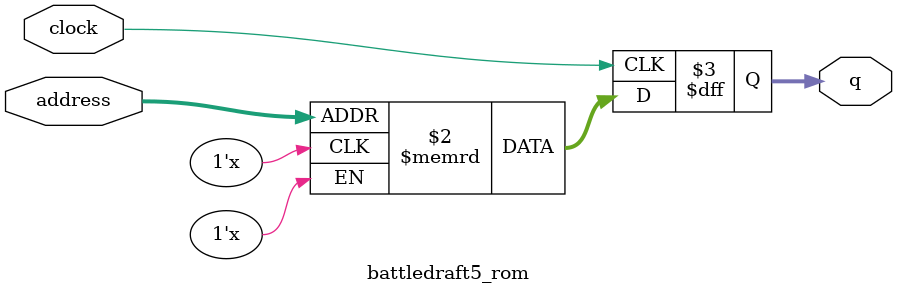
<source format=sv>
module battledraft5_rom (
	input logic clock,
	input logic [17:0] address,
	output logic [3:0] q
);

logic [3:0] memory [0:153599] /* synthesis ram_init_file = "./battledraft5/battledraft5.mif" */;

always_ff @ (posedge clock) begin
	q <= memory[address];
end

endmodule

</source>
